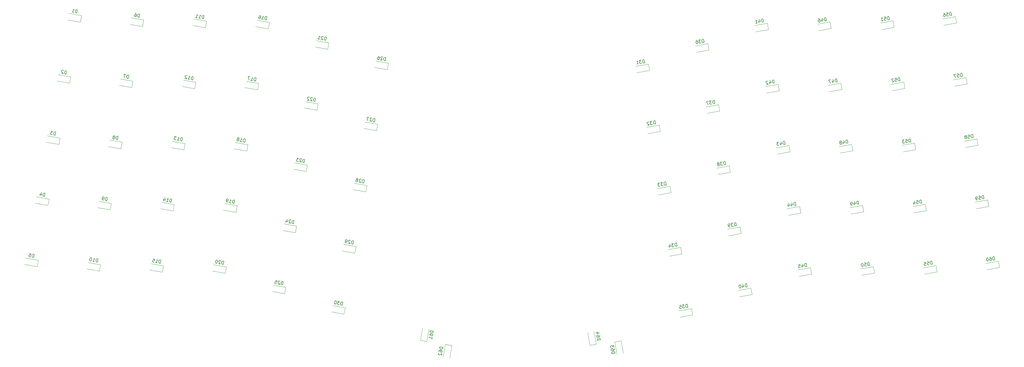
<source format=gbr>
G04 #@! TF.GenerationSoftware,KiCad,Pcbnew,(2017-07-28 revision 75cda5021)-master*
G04 #@! TF.CreationDate,2017-07-30T20:24:49-04:00*
G04 #@! TF.ProjectId,keyboard,6B6579626F6172642E6B696361645F70,rev?*
G04 #@! TF.SameCoordinates,Original*
G04 #@! TF.FileFunction,Legend,Bot*
G04 #@! TF.FilePolarity,Positive*
%FSLAX46Y46*%
G04 Gerber Fmt 4.6, Leading zero omitted, Abs format (unit mm)*
G04 Created by KiCad (PCBNEW (2017-07-28 revision 75cda5021)-master) date Sun Jul 30 20:24:49 2017*
%MOMM*%
%LPD*%
G01*
G04 APERTURE LIST*
%ADD10C,0.120000*%
%ADD11C,0.150000*%
G04 APERTURE END LIST*
D10*
X44237518Y-36284106D02*
X43890221Y-38253721D01*
X43890221Y-38253721D02*
X40049471Y-37576493D01*
X44237518Y-36284106D02*
X40396767Y-35606878D01*
X40929520Y-55044694D02*
X37088769Y-54367466D01*
X40582223Y-57014309D02*
X36741473Y-56337081D01*
X40929520Y-55044694D02*
X40582223Y-57014309D01*
X37621522Y-73805282D02*
X37274225Y-75774897D01*
X37274225Y-75774897D02*
X33433475Y-75097669D01*
X37621522Y-73805282D02*
X33780771Y-73128054D01*
X34313524Y-92565870D02*
X30472773Y-91888642D01*
X33966227Y-94535485D02*
X30125477Y-93858257D01*
X34313524Y-92565870D02*
X33966227Y-94535485D01*
X31005526Y-111326458D02*
X30658229Y-113296073D01*
X30658229Y-113296073D02*
X26817479Y-112618845D01*
X31005526Y-111326458D02*
X27164775Y-110649230D01*
X63345402Y-37622488D02*
X59504651Y-36945260D01*
X62998105Y-39592103D02*
X59157355Y-38914875D01*
X63345402Y-37622488D02*
X62998105Y-39592103D01*
X60037404Y-56383076D02*
X59690107Y-58352691D01*
X59690107Y-58352691D02*
X55849357Y-57675463D01*
X60037404Y-56383076D02*
X56196653Y-55705848D01*
X56729406Y-75143664D02*
X52888655Y-74466436D01*
X56382109Y-77113279D02*
X52541359Y-76436051D01*
X56729406Y-75143664D02*
X56382109Y-77113279D01*
X53421408Y-93904252D02*
X53074111Y-95873867D01*
X53074111Y-95873867D02*
X49233361Y-95196639D01*
X53421408Y-93904252D02*
X49580657Y-93227024D01*
X50113410Y-112664840D02*
X46272659Y-111987612D01*
X49766113Y-114634455D02*
X45925363Y-113957227D01*
X50113410Y-112664840D02*
X49766113Y-114634455D01*
X82626934Y-37976062D02*
X82279637Y-39945677D01*
X82279637Y-39945677D02*
X78438887Y-39268449D01*
X82626934Y-37976062D02*
X78786183Y-37298834D01*
X79318936Y-56736650D02*
X75478185Y-56059422D01*
X78971639Y-58706265D02*
X75130889Y-58029037D01*
X79318936Y-56736650D02*
X78971639Y-58706265D01*
X76010938Y-75497238D02*
X75663641Y-77466853D01*
X75663641Y-77466853D02*
X71822891Y-76789625D01*
X76010938Y-75497238D02*
X72170187Y-74820010D01*
X72702940Y-94257826D02*
X68862189Y-93580598D01*
X72355643Y-96227441D02*
X68514893Y-95550213D01*
X72702940Y-94257826D02*
X72355643Y-96227441D01*
X69394942Y-113018414D02*
X69047645Y-114988029D01*
X69047645Y-114988029D02*
X65206895Y-114310801D01*
X69394942Y-113018414D02*
X65554191Y-112341186D01*
X101908466Y-38329636D02*
X98067715Y-37652408D01*
X101561169Y-40299251D02*
X97720419Y-39622023D01*
X101908466Y-38329636D02*
X101561169Y-40299251D01*
X98600468Y-57090224D02*
X98253171Y-59059839D01*
X98253171Y-59059839D02*
X94412421Y-58382611D01*
X98600468Y-57090224D02*
X94759717Y-56412996D01*
X95292470Y-75850812D02*
X91451719Y-75173584D01*
X94945173Y-77820427D02*
X91104423Y-77143199D01*
X95292470Y-75850812D02*
X94945173Y-77820427D01*
X91984472Y-94611400D02*
X91637175Y-96581015D01*
X91637175Y-96581015D02*
X87796425Y-95903787D01*
X91984472Y-94611400D02*
X88143721Y-93934172D01*
X88676474Y-113371988D02*
X88329177Y-115341603D01*
X88329177Y-115341603D02*
X84488427Y-114664375D01*
X88676474Y-113371988D02*
X84835723Y-112694760D01*
X120148109Y-44592057D02*
X116307358Y-43914829D01*
X119800812Y-46561672D02*
X115960062Y-45884444D01*
X120148109Y-44592057D02*
X119800812Y-46561672D01*
X116840111Y-63352645D02*
X112999360Y-62675417D01*
X116492814Y-65322260D02*
X112652064Y-64645032D01*
X116840111Y-63352645D02*
X116492814Y-65322260D01*
X113532113Y-82113233D02*
X113184816Y-84082848D01*
X113184816Y-84082848D02*
X109344066Y-83405620D01*
X113532113Y-82113233D02*
X109691362Y-81436005D01*
X110224115Y-100873821D02*
X106383364Y-100196593D01*
X109876818Y-102843436D02*
X106036068Y-102166208D01*
X110224115Y-100873821D02*
X109876818Y-102843436D01*
X106916117Y-119634409D02*
X106568820Y-121604024D01*
X106568820Y-121604024D02*
X102728070Y-120926796D01*
X106916117Y-119634409D02*
X103075366Y-118957181D01*
X138387752Y-50854478D02*
X134547001Y-50177250D01*
X138040455Y-52824093D02*
X134199705Y-52146865D01*
X138387752Y-50854478D02*
X138040455Y-52824093D01*
X135079754Y-69615066D02*
X134732457Y-71584681D01*
X134732457Y-71584681D02*
X130891707Y-70907453D01*
X135079754Y-69615066D02*
X131239003Y-68937838D01*
X131771756Y-88375654D02*
X127931005Y-87698426D01*
X131424459Y-90345269D02*
X127583709Y-89668041D01*
X131771756Y-88375654D02*
X131424459Y-90345269D01*
X128463758Y-107136242D02*
X124623007Y-106459014D01*
X128116461Y-109105857D02*
X124275711Y-108428629D01*
X128463758Y-107136242D02*
X128116461Y-109105857D01*
X125155760Y-125896830D02*
X124808463Y-127866445D01*
X124808463Y-127866445D02*
X120967713Y-127189217D01*
X125155760Y-125896830D02*
X121315009Y-125219602D01*
X218135029Y-51114951D02*
X218482326Y-53084566D01*
X218482326Y-53084566D02*
X214641575Y-53761794D01*
X218135029Y-51114951D02*
X214294279Y-51792179D01*
X221443027Y-69875539D02*
X217602277Y-70552767D01*
X221790324Y-71845154D02*
X217949573Y-72522382D01*
X221443027Y-69875539D02*
X221790324Y-71845154D01*
X224751025Y-88636127D02*
X225098322Y-90605742D01*
X225098322Y-90605742D02*
X221257571Y-91282970D01*
X224751025Y-88636127D02*
X220910275Y-89313355D01*
X228059023Y-107396715D02*
X224218273Y-108073943D01*
X228406320Y-109366330D02*
X224565569Y-110043558D01*
X228059023Y-107396715D02*
X228406320Y-109366330D01*
X231367021Y-126157303D02*
X231714318Y-128126918D01*
X231714318Y-128126918D02*
X227873567Y-128804146D01*
X231367021Y-126157303D02*
X227526271Y-126834531D01*
X236374673Y-44852530D02*
X232533923Y-45529758D01*
X236721970Y-46822145D02*
X232881219Y-47499373D01*
X236374673Y-44852530D02*
X236721970Y-46822145D01*
X239682671Y-63613118D02*
X240029968Y-65582733D01*
X240029968Y-65582733D02*
X236189217Y-66259961D01*
X239682671Y-63613118D02*
X235841921Y-64290346D01*
X242990669Y-82373706D02*
X239149919Y-83050934D01*
X243337966Y-84343321D02*
X239497215Y-85020549D01*
X242990669Y-82373706D02*
X243337966Y-84343321D01*
X246298667Y-101134294D02*
X242457917Y-101811522D01*
X246645964Y-103103909D02*
X242805213Y-103781137D01*
X246298667Y-101134294D02*
X246645964Y-103103909D01*
X249606665Y-119894882D02*
X249953962Y-121864497D01*
X249953962Y-121864497D02*
X246113211Y-122541725D01*
X249606665Y-119894882D02*
X245765915Y-120572110D01*
X254614317Y-38590109D02*
X254961614Y-40559724D01*
X254961614Y-40559724D02*
X251120863Y-41236952D01*
X254614317Y-38590109D02*
X250773567Y-39267337D01*
X257922315Y-57350697D02*
X254081565Y-58027925D01*
X258269612Y-59320312D02*
X254428861Y-59997540D01*
X257922315Y-57350697D02*
X258269612Y-59320312D01*
X261230313Y-76111285D02*
X257389563Y-76788513D01*
X261577610Y-78080900D02*
X257736859Y-78758128D01*
X261230313Y-76111285D02*
X261577610Y-78080900D01*
X264538311Y-94871873D02*
X260697561Y-95549101D01*
X264885608Y-96841488D02*
X261044857Y-97518716D01*
X264538311Y-94871873D02*
X264885608Y-96841488D01*
X267846309Y-113632461D02*
X264005559Y-114309689D01*
X268193606Y-115602076D02*
X264352855Y-116279304D01*
X267846309Y-113632461D02*
X268193606Y-115602076D01*
X273895850Y-38236535D02*
X270055100Y-38913763D01*
X274243147Y-40206150D02*
X270402396Y-40883378D01*
X273895850Y-38236535D02*
X274243147Y-40206150D01*
X277203848Y-56997123D02*
X273363098Y-57674351D01*
X277551145Y-58966738D02*
X273710394Y-59643966D01*
X277203848Y-56997123D02*
X277551145Y-58966738D01*
X280511846Y-75757711D02*
X280859143Y-77727326D01*
X280859143Y-77727326D02*
X277018392Y-78404554D01*
X280511846Y-75757711D02*
X276671096Y-76434939D01*
X283819844Y-94518299D02*
X284167141Y-96487914D01*
X284167141Y-96487914D02*
X280326390Y-97165142D01*
X283819844Y-94518299D02*
X279979094Y-95195527D01*
X287127842Y-113278887D02*
X283287092Y-113956115D01*
X287475139Y-115248502D02*
X283634388Y-115925730D01*
X287127842Y-113278887D02*
X287475139Y-115248502D01*
X293177383Y-37882961D02*
X293524680Y-39852576D01*
X293524680Y-39852576D02*
X289683929Y-40529804D01*
X293177383Y-37882961D02*
X289336633Y-38560189D01*
X296485381Y-56643549D02*
X296832678Y-58613164D01*
X296832678Y-58613164D02*
X292991927Y-59290392D01*
X296485381Y-56643549D02*
X292644631Y-57320777D01*
X299793379Y-75404137D02*
X295952629Y-76081365D01*
X300140676Y-77373752D02*
X296299925Y-78050980D01*
X299793379Y-75404137D02*
X300140676Y-77373752D01*
X303101377Y-94164725D02*
X303448674Y-96134340D01*
X303448674Y-96134340D02*
X299607923Y-96811568D01*
X303101377Y-94164725D02*
X299260627Y-94841953D01*
X306409375Y-112925313D02*
X306756672Y-114894928D01*
X306756672Y-114894928D02*
X302915921Y-115572156D01*
X306409375Y-112925313D02*
X302568625Y-113602541D01*
X312285268Y-36544579D02*
X308444518Y-37221807D01*
X312632565Y-38514194D02*
X308791814Y-39191422D01*
X312285268Y-36544579D02*
X312632565Y-38514194D01*
X315593266Y-55305167D02*
X315940563Y-57274782D01*
X315940563Y-57274782D02*
X312099812Y-57952010D01*
X315593266Y-55305167D02*
X311752516Y-55982395D01*
X318901264Y-74065755D02*
X319248561Y-76035370D01*
X319248561Y-76035370D02*
X315407810Y-76712598D01*
X318901264Y-74065755D02*
X315060514Y-74742983D01*
X322209262Y-92826343D02*
X318368512Y-93503571D01*
X322556559Y-94795958D02*
X318715808Y-95473186D01*
X322209262Y-92826343D02*
X322556559Y-94795958D01*
X325517260Y-111586931D02*
X325864557Y-113556546D01*
X325864557Y-113556546D02*
X322023806Y-114233774D01*
X325517260Y-111586931D02*
X321676510Y-112264159D01*
X150193627Y-136247466D02*
X148224012Y-135900169D01*
X148224012Y-135900169D02*
X148901240Y-132059419D01*
X150193627Y-136247466D02*
X150870855Y-132406715D01*
X155869901Y-137183534D02*
X155192673Y-141024285D01*
X157839516Y-137530831D02*
X157162288Y-141371581D01*
X155869901Y-137183534D02*
X157839516Y-137530831D01*
X207793484Y-136387831D02*
X208470712Y-140228581D01*
X209763099Y-136040534D02*
X210440327Y-139881285D01*
X207793484Y-136387831D02*
X209763099Y-136040534D01*
X202162516Y-137043169D02*
X200192901Y-137390466D01*
X200192901Y-137390466D02*
X199515673Y-133549715D01*
X202162516Y-137043169D02*
X201485288Y-133202419D01*
D11*
X42843674Y-35482266D02*
X43017322Y-34497458D01*
X42782844Y-34456113D01*
X42633889Y-34478202D01*
X42523560Y-34555455D01*
X42460126Y-34640977D01*
X42380155Y-34820291D01*
X42355348Y-34960978D01*
X42369167Y-35156829D01*
X42399525Y-35258889D01*
X42476778Y-35369218D01*
X42609196Y-35440921D01*
X42843674Y-35482266D01*
X41343015Y-35217659D02*
X41905762Y-35316886D01*
X41624388Y-35267273D02*
X41798037Y-34282465D01*
X41867021Y-34439690D01*
X41944274Y-34550019D01*
X42029797Y-34613452D01*
X39535676Y-54242854D02*
X39709324Y-53258046D01*
X39474846Y-53216701D01*
X39325891Y-53238790D01*
X39215562Y-53316043D01*
X39152128Y-53401565D01*
X39072157Y-53580879D01*
X39047350Y-53721566D01*
X39061169Y-53917417D01*
X39091527Y-54019477D01*
X39168780Y-54129806D01*
X39301198Y-54201509D01*
X39535676Y-54242854D01*
X38754874Y-53186458D02*
X38716248Y-53131293D01*
X38630725Y-53067860D01*
X38396247Y-53026515D01*
X38294187Y-53056873D01*
X38239023Y-53095499D01*
X38175589Y-53181022D01*
X38159051Y-53274813D01*
X38181140Y-53423769D01*
X38644660Y-54085743D01*
X38035017Y-53978247D01*
X36227678Y-73003442D02*
X36401326Y-72018634D01*
X36166848Y-71977289D01*
X36017893Y-71999378D01*
X35907564Y-72076631D01*
X35844130Y-72162153D01*
X35764159Y-72341467D01*
X35739352Y-72482154D01*
X35753171Y-72678005D01*
X35783529Y-72780065D01*
X35860782Y-72890394D01*
X35993200Y-72962097D01*
X36227678Y-73003442D01*
X35510310Y-71861524D02*
X34900667Y-71754027D01*
X35162785Y-72187075D01*
X35022098Y-72162268D01*
X34920038Y-72192626D01*
X34864873Y-72231252D01*
X34801439Y-72316774D01*
X34760095Y-72551252D01*
X34790452Y-72653313D01*
X34829079Y-72708477D01*
X34914601Y-72771911D01*
X35195975Y-72821525D01*
X35298035Y-72791167D01*
X35353200Y-72752540D01*
X32919680Y-91764030D02*
X33093328Y-90779222D01*
X32858850Y-90737877D01*
X32709895Y-90759966D01*
X32599566Y-90837219D01*
X32536132Y-90922741D01*
X32456161Y-91102055D01*
X32431354Y-91242742D01*
X32445173Y-91438593D01*
X32475531Y-91540653D01*
X32552784Y-91650982D01*
X32685202Y-91722685D01*
X32919680Y-91764030D01*
X31628578Y-90859422D02*
X31512812Y-91515961D01*
X31929207Y-90525602D02*
X32039651Y-91270381D01*
X31430008Y-91162885D01*
X29611682Y-110524618D02*
X29785330Y-109539810D01*
X29550852Y-109498465D01*
X29401897Y-109520554D01*
X29291568Y-109597807D01*
X29228134Y-109683329D01*
X29148163Y-109862643D01*
X29123356Y-110003330D01*
X29137175Y-110199181D01*
X29167533Y-110301241D01*
X29244786Y-110411570D01*
X29377204Y-110483273D01*
X29611682Y-110524618D01*
X28331567Y-109283472D02*
X28800523Y-109366162D01*
X28764729Y-109843387D01*
X28726102Y-109788222D01*
X28640580Y-109724789D01*
X28406102Y-109683444D01*
X28304042Y-109713802D01*
X28248877Y-109752428D01*
X28185443Y-109837950D01*
X28144099Y-110072428D01*
X28174456Y-110174489D01*
X28213083Y-110229653D01*
X28298605Y-110293087D01*
X28533083Y-110334432D01*
X28635143Y-110304074D01*
X28690308Y-110265447D01*
X61951558Y-36820648D02*
X62125206Y-35835840D01*
X61890728Y-35794495D01*
X61741773Y-35816584D01*
X61631444Y-35893837D01*
X61568010Y-35979359D01*
X61488039Y-36158673D01*
X61463232Y-36299360D01*
X61477051Y-36495211D01*
X61507409Y-36597271D01*
X61584662Y-36707600D01*
X61717080Y-36779303D01*
X61951558Y-36820648D01*
X60718338Y-35587771D02*
X60905921Y-35620847D01*
X60991443Y-35684280D01*
X61030070Y-35739445D01*
X61099054Y-35896670D01*
X61112874Y-36092521D01*
X61046722Y-36467686D01*
X60983288Y-36553208D01*
X60928124Y-36591835D01*
X60826064Y-36622193D01*
X60638481Y-36589117D01*
X60552959Y-36525683D01*
X60514332Y-36470519D01*
X60483975Y-36368458D01*
X60525319Y-36133980D01*
X60588753Y-36048458D01*
X60643918Y-36009832D01*
X60745978Y-35979474D01*
X60933560Y-36012550D01*
X61019082Y-36075983D01*
X61057709Y-36131148D01*
X61088067Y-36233208D01*
X58643560Y-55581236D02*
X58817208Y-54596428D01*
X58582730Y-54555083D01*
X58433775Y-54577172D01*
X58323446Y-54654425D01*
X58260012Y-54739947D01*
X58180041Y-54919261D01*
X58155234Y-55059948D01*
X58169053Y-55255799D01*
X58199411Y-55357859D01*
X58276664Y-55468188D01*
X58409082Y-55539891D01*
X58643560Y-55581236D01*
X57926192Y-54439318D02*
X57269653Y-54323552D01*
X57518066Y-55382781D01*
X55335562Y-74341824D02*
X55509210Y-73357016D01*
X55274732Y-73315671D01*
X55125777Y-73337760D01*
X55015448Y-73415013D01*
X54952014Y-73500535D01*
X54872043Y-73679849D01*
X54847236Y-73820536D01*
X54861055Y-74016387D01*
X54891413Y-74118447D01*
X54968666Y-74228776D01*
X55101084Y-74300479D01*
X55335562Y-74341824D01*
X54309295Y-73580621D02*
X54411355Y-73550264D01*
X54466520Y-73511637D01*
X54529954Y-73426115D01*
X54538222Y-73379219D01*
X54507865Y-73277159D01*
X54469238Y-73221994D01*
X54383716Y-73158561D01*
X54196133Y-73125485D01*
X54094073Y-73155843D01*
X54038909Y-73194469D01*
X53975475Y-73279992D01*
X53967206Y-73326887D01*
X53997564Y-73428947D01*
X54036191Y-73484112D01*
X54121713Y-73547545D01*
X54309295Y-73580621D01*
X54394817Y-73644055D01*
X54433444Y-73699219D01*
X54463802Y-73801280D01*
X54430726Y-73988862D01*
X54367292Y-74074384D01*
X54312128Y-74113011D01*
X54210068Y-74143369D01*
X54022485Y-74110293D01*
X53936963Y-74046859D01*
X53898336Y-73991695D01*
X53867979Y-73889634D01*
X53901055Y-73702052D01*
X53964488Y-73616530D01*
X54019653Y-73577903D01*
X54121713Y-73547545D01*
X52027564Y-93102412D02*
X52201212Y-92117604D01*
X51966734Y-92076259D01*
X51817779Y-92098348D01*
X51707450Y-92175601D01*
X51644016Y-92261123D01*
X51564045Y-92440437D01*
X51539238Y-92581124D01*
X51553057Y-92776975D01*
X51583415Y-92879035D01*
X51660668Y-92989364D01*
X51793086Y-93061067D01*
X52027564Y-93102412D01*
X50995861Y-92920495D02*
X50808278Y-92887419D01*
X50722756Y-92823985D01*
X50684130Y-92768821D01*
X50615145Y-92611596D01*
X50601325Y-92415744D01*
X50667477Y-92040580D01*
X50730911Y-91955057D01*
X50786075Y-91916431D01*
X50888135Y-91886073D01*
X51075718Y-91919149D01*
X51161240Y-91982582D01*
X51199867Y-92037747D01*
X51230224Y-92139807D01*
X51188880Y-92374285D01*
X51125446Y-92459807D01*
X51070282Y-92498434D01*
X50968221Y-92528792D01*
X50780639Y-92495716D01*
X50695117Y-92432282D01*
X50656490Y-92377118D01*
X50626132Y-92275058D01*
X49188522Y-111945689D02*
X49362171Y-110960882D01*
X49127692Y-110919537D01*
X48978737Y-110941625D01*
X48868408Y-111018879D01*
X48804974Y-111104401D01*
X48725003Y-111283714D01*
X48700196Y-111424401D01*
X48714015Y-111620253D01*
X48744373Y-111722313D01*
X48821626Y-111832642D01*
X48954044Y-111904344D01*
X49188522Y-111945689D01*
X47687863Y-111681083D02*
X48250610Y-111780310D01*
X47969237Y-111730696D02*
X48142885Y-110745889D01*
X48211869Y-110903113D01*
X48289122Y-111013442D01*
X48374645Y-111076876D01*
X47251868Y-110588778D02*
X47158077Y-110572240D01*
X47056017Y-110602598D01*
X47000852Y-110641225D01*
X46937419Y-110726747D01*
X46857447Y-110906060D01*
X46816102Y-111140538D01*
X46829922Y-111336390D01*
X46860280Y-111438450D01*
X46898907Y-111493615D01*
X46984429Y-111557048D01*
X47078220Y-111573586D01*
X47180280Y-111543228D01*
X47235445Y-111504602D01*
X47298878Y-111419079D01*
X47378850Y-111239766D01*
X47420195Y-111005288D01*
X47406375Y-110809437D01*
X47376017Y-110707376D01*
X47337390Y-110652212D01*
X47251868Y-110588778D01*
X81702046Y-37256911D02*
X81875695Y-36272104D01*
X81641216Y-36230759D01*
X81492261Y-36252847D01*
X81381932Y-36330101D01*
X81318498Y-36415623D01*
X81238527Y-36594936D01*
X81213720Y-36735623D01*
X81227539Y-36931475D01*
X81257897Y-37033535D01*
X81335150Y-37143864D01*
X81467568Y-37215566D01*
X81702046Y-37256911D01*
X80201387Y-36992305D02*
X80764134Y-37091532D01*
X80482761Y-37041918D02*
X80656409Y-36057111D01*
X80725393Y-36214335D01*
X80802646Y-36324664D01*
X80888169Y-36388098D01*
X79263475Y-36826925D02*
X79826222Y-36926153D01*
X79544848Y-36876539D02*
X79718497Y-35891731D01*
X79787481Y-36048956D01*
X79864734Y-36159285D01*
X79950256Y-36222719D01*
X78394048Y-56017499D02*
X78567697Y-55032692D01*
X78333218Y-54991347D01*
X78184263Y-55013435D01*
X78073934Y-55090689D01*
X78010500Y-55176211D01*
X77930529Y-55355524D01*
X77905722Y-55496211D01*
X77919541Y-55692063D01*
X77949899Y-55794123D01*
X78027152Y-55904452D01*
X78159570Y-55976154D01*
X78394048Y-56017499D01*
X76893389Y-55752893D02*
X77456136Y-55852120D01*
X77174763Y-55802506D02*
X77348411Y-54817699D01*
X77417395Y-54974923D01*
X77494648Y-55085252D01*
X77580171Y-55148686D01*
X76675334Y-54795724D02*
X76636708Y-54740560D01*
X76551185Y-54677126D01*
X76316707Y-54635781D01*
X76214647Y-54666139D01*
X76159483Y-54704766D01*
X76096049Y-54790288D01*
X76079511Y-54884079D01*
X76101600Y-55033035D01*
X76565120Y-55695010D01*
X75955477Y-55587513D01*
X75086050Y-74778087D02*
X75259699Y-73793280D01*
X75025220Y-73751935D01*
X74876265Y-73774023D01*
X74765936Y-73851277D01*
X74702502Y-73936799D01*
X74622531Y-74116112D01*
X74597724Y-74256799D01*
X74611543Y-74452651D01*
X74641901Y-74554711D01*
X74719154Y-74665040D01*
X74851572Y-74736742D01*
X75086050Y-74778087D01*
X73585391Y-74513481D02*
X74148138Y-74612708D01*
X73866765Y-74563094D02*
X74040413Y-73578287D01*
X74109397Y-73735511D01*
X74186650Y-73845840D01*
X74272173Y-73909274D01*
X73430770Y-73470790D02*
X72821127Y-73363294D01*
X73083245Y-73796341D01*
X72942558Y-73771534D01*
X72840498Y-73801892D01*
X72785333Y-73840519D01*
X72721899Y-73926041D01*
X72680555Y-74160519D01*
X72710912Y-74262579D01*
X72749539Y-74317744D01*
X72835061Y-74381177D01*
X73116435Y-74430791D01*
X73218495Y-74400433D01*
X73273660Y-74361807D01*
X71778052Y-93538675D02*
X71951701Y-92553868D01*
X71717222Y-92512523D01*
X71568267Y-92534611D01*
X71457938Y-92611865D01*
X71394504Y-92697387D01*
X71314533Y-92876700D01*
X71289726Y-93017387D01*
X71303545Y-93213239D01*
X71333903Y-93315299D01*
X71411156Y-93425628D01*
X71543574Y-93497330D01*
X71778052Y-93538675D01*
X70277393Y-93274069D02*
X70840140Y-93373296D01*
X70558767Y-93323682D02*
X70732415Y-92338875D01*
X70801399Y-92496099D01*
X70878652Y-92606428D01*
X70964175Y-92669862D01*
X69549037Y-92468689D02*
X69433272Y-93125227D01*
X69849667Y-92134869D02*
X69960111Y-92879648D01*
X69350468Y-92772151D01*
X68470054Y-112299263D02*
X68643703Y-111314456D01*
X68409224Y-111273111D01*
X68260269Y-111295199D01*
X68149940Y-111372453D01*
X68086506Y-111457975D01*
X68006535Y-111637288D01*
X67981728Y-111777975D01*
X67995547Y-111973827D01*
X68025905Y-112075887D01*
X68103158Y-112186216D01*
X68235576Y-112257918D01*
X68470054Y-112299263D01*
X66969395Y-112034657D02*
X67532142Y-112133884D01*
X67250769Y-112084270D02*
X67424417Y-111099463D01*
X67493401Y-111256687D01*
X67570654Y-111367016D01*
X67656177Y-111430450D01*
X66252027Y-110892739D02*
X66720983Y-110975428D01*
X66685189Y-111452653D01*
X66646562Y-111397489D01*
X66561040Y-111334055D01*
X66326562Y-111292710D01*
X66224502Y-111323068D01*
X66169337Y-111361695D01*
X66105903Y-111447217D01*
X66064559Y-111681695D01*
X66094916Y-111783755D01*
X66133543Y-111838920D01*
X66219065Y-111902353D01*
X66453543Y-111943698D01*
X66555603Y-111913340D01*
X66610768Y-111874714D01*
X100983578Y-37610485D02*
X101157227Y-36625678D01*
X100922748Y-36584333D01*
X100773793Y-36606421D01*
X100663464Y-36683675D01*
X100600030Y-36769197D01*
X100520059Y-36948510D01*
X100495252Y-37089197D01*
X100509071Y-37285049D01*
X100539429Y-37387109D01*
X100616682Y-37497438D01*
X100749100Y-37569140D01*
X100983578Y-37610485D01*
X99482919Y-37345879D02*
X100045666Y-37445106D01*
X99764293Y-37395492D02*
X99937941Y-36410685D01*
X100006925Y-36567909D01*
X100084178Y-36678238D01*
X100169701Y-36741672D01*
X98812446Y-36212229D02*
X99000029Y-36245305D01*
X99085551Y-36308739D01*
X99124178Y-36363903D01*
X99193162Y-36521128D01*
X99206982Y-36716980D01*
X99140830Y-37092144D01*
X99077396Y-37177667D01*
X99022232Y-37216293D01*
X98920172Y-37246651D01*
X98732589Y-37213575D01*
X98647067Y-37150142D01*
X98608440Y-37094977D01*
X98578083Y-36992917D01*
X98619427Y-36758439D01*
X98682861Y-36672917D01*
X98738026Y-36634290D01*
X98840086Y-36603932D01*
X99027668Y-36637008D01*
X99113190Y-36700442D01*
X99151817Y-36755606D01*
X99182175Y-36857666D01*
X97675580Y-56371073D02*
X97849229Y-55386266D01*
X97614750Y-55344921D01*
X97465795Y-55367009D01*
X97355466Y-55444263D01*
X97292032Y-55529785D01*
X97212061Y-55709098D01*
X97187254Y-55849785D01*
X97201073Y-56045637D01*
X97231431Y-56147697D01*
X97308684Y-56258026D01*
X97441102Y-56329728D01*
X97675580Y-56371073D01*
X96174921Y-56106467D02*
X96737668Y-56205694D01*
X96456295Y-56156080D02*
X96629943Y-55171273D01*
X96698927Y-55328497D01*
X96776180Y-55438826D01*
X96861703Y-55502260D01*
X96020300Y-55063776D02*
X95363761Y-54948011D01*
X95612174Y-56007239D01*
X94367582Y-75131661D02*
X94541231Y-74146854D01*
X94306752Y-74105509D01*
X94157797Y-74127597D01*
X94047468Y-74204851D01*
X93984034Y-74290373D01*
X93904063Y-74469686D01*
X93879256Y-74610373D01*
X93893075Y-74806225D01*
X93923433Y-74908285D01*
X94000686Y-75018614D01*
X94133104Y-75090316D01*
X94367582Y-75131661D01*
X92866923Y-74867055D02*
X93429670Y-74966282D01*
X93148297Y-74916668D02*
X93321945Y-73931861D01*
X93390929Y-74089085D01*
X93468182Y-74199414D01*
X93553705Y-74262848D01*
X92403403Y-74205080D02*
X92505463Y-74174722D01*
X92560628Y-74136095D01*
X92624061Y-74050573D01*
X92632330Y-74003678D01*
X92601973Y-73901617D01*
X92563346Y-73846453D01*
X92477824Y-73783019D01*
X92290241Y-73749943D01*
X92188181Y-73780301D01*
X92133017Y-73818928D01*
X92069583Y-73904450D01*
X92061314Y-73951346D01*
X92091672Y-74053406D01*
X92130298Y-74108570D01*
X92215821Y-74172004D01*
X92403403Y-74205080D01*
X92488925Y-74268513D01*
X92527552Y-74323678D01*
X92557910Y-74425738D01*
X92524834Y-74613320D01*
X92461400Y-74698843D01*
X92406236Y-74737469D01*
X92304176Y-74767827D01*
X92116593Y-74734751D01*
X92031071Y-74671318D01*
X91992444Y-74616153D01*
X91962087Y-74514093D01*
X91995162Y-74326510D01*
X92058596Y-74240988D01*
X92113761Y-74202362D01*
X92215821Y-74172004D01*
X91059584Y-93892249D02*
X91233233Y-92907442D01*
X90998754Y-92866097D01*
X90849799Y-92888185D01*
X90739470Y-92965439D01*
X90676036Y-93050961D01*
X90596065Y-93230274D01*
X90571258Y-93370961D01*
X90585077Y-93566813D01*
X90615435Y-93668873D01*
X90692688Y-93779202D01*
X90825106Y-93850904D01*
X91059584Y-93892249D01*
X89558925Y-93627643D02*
X90121672Y-93726870D01*
X89840299Y-93677256D02*
X90013947Y-92692449D01*
X90082931Y-92849673D01*
X90160184Y-92960002D01*
X90245707Y-93023436D01*
X89089969Y-93544953D02*
X88902386Y-93511877D01*
X88816864Y-93448444D01*
X88778238Y-93393279D01*
X88709253Y-93236054D01*
X88695433Y-93040203D01*
X88761585Y-92665038D01*
X88825019Y-92579516D01*
X88880183Y-92540889D01*
X88982243Y-92510531D01*
X89169826Y-92543607D01*
X89255348Y-92607041D01*
X89293975Y-92662205D01*
X89324332Y-92764266D01*
X89282988Y-92998744D01*
X89219554Y-93084266D01*
X89164389Y-93122892D01*
X89062329Y-93153250D01*
X88874747Y-93120174D01*
X88789225Y-93056741D01*
X88750598Y-93001576D01*
X88720240Y-92899516D01*
X87751586Y-112652837D02*
X87925235Y-111668030D01*
X87690756Y-111626685D01*
X87541801Y-111648773D01*
X87431472Y-111726027D01*
X87368038Y-111811549D01*
X87288067Y-111990862D01*
X87263260Y-112131549D01*
X87277079Y-112327401D01*
X87307437Y-112429461D01*
X87384690Y-112539790D01*
X87517108Y-112611492D01*
X87751586Y-112652837D01*
X86970784Y-111596442D02*
X86932158Y-111541277D01*
X86846636Y-111477843D01*
X86612158Y-111436499D01*
X86510097Y-111466856D01*
X86454933Y-111505483D01*
X86391499Y-111591005D01*
X86374961Y-111684796D01*
X86397050Y-111833752D01*
X86860570Y-112495727D01*
X86250927Y-112388231D01*
X85814932Y-111295926D02*
X85721141Y-111279388D01*
X85619081Y-111309746D01*
X85563916Y-111348373D01*
X85500483Y-111433895D01*
X85420511Y-111613208D01*
X85379166Y-111847686D01*
X85392986Y-112043538D01*
X85423344Y-112145598D01*
X85461971Y-112200763D01*
X85547493Y-112264196D01*
X85641284Y-112280734D01*
X85743344Y-112250376D01*
X85798509Y-112211750D01*
X85861942Y-112126227D01*
X85941914Y-111946914D01*
X85983259Y-111712436D01*
X85969439Y-111516585D01*
X85939081Y-111414524D01*
X85900454Y-111359360D01*
X85814932Y-111295926D01*
X119223221Y-43872906D02*
X119396870Y-42888099D01*
X119162391Y-42846754D01*
X119013436Y-42868842D01*
X118903107Y-42946096D01*
X118839673Y-43031618D01*
X118759702Y-43210931D01*
X118734895Y-43351618D01*
X118748714Y-43547470D01*
X118779072Y-43649530D01*
X118856325Y-43759859D01*
X118988743Y-43831561D01*
X119223221Y-43872906D01*
X118442419Y-42816511D02*
X118403793Y-42761346D01*
X118318271Y-42697912D01*
X118083793Y-42656568D01*
X117981732Y-42686925D01*
X117926568Y-42725552D01*
X117863134Y-42811074D01*
X117846596Y-42904865D01*
X117868685Y-43053821D01*
X118332205Y-43715796D01*
X117722562Y-43608300D01*
X116784650Y-43442920D02*
X117347397Y-43542148D01*
X117066023Y-43492534D02*
X117239672Y-42507726D01*
X117308656Y-42664951D01*
X117385909Y-42775280D01*
X117471431Y-42838714D01*
X115915223Y-62633494D02*
X116088872Y-61648687D01*
X115854393Y-61607342D01*
X115705438Y-61629430D01*
X115595109Y-61706684D01*
X115531675Y-61792206D01*
X115451704Y-61971519D01*
X115426897Y-62112206D01*
X115440716Y-62308058D01*
X115471074Y-62410118D01*
X115548327Y-62520447D01*
X115680745Y-62592149D01*
X115915223Y-62633494D01*
X115134421Y-61577099D02*
X115095795Y-61521934D01*
X115010273Y-61458500D01*
X114775795Y-61417156D01*
X114673734Y-61447513D01*
X114618570Y-61486140D01*
X114555136Y-61571662D01*
X114538598Y-61665453D01*
X114560687Y-61814409D01*
X115024207Y-62476384D01*
X114414564Y-62368888D01*
X114196509Y-61411719D02*
X114157883Y-61356555D01*
X114072360Y-61293121D01*
X113837882Y-61251776D01*
X113735822Y-61282134D01*
X113680658Y-61320761D01*
X113617224Y-61406283D01*
X113600686Y-61500074D01*
X113622775Y-61649030D01*
X114086295Y-62311005D01*
X113476652Y-62203508D01*
X112607225Y-81394082D02*
X112780874Y-80409275D01*
X112546395Y-80367930D01*
X112397440Y-80390018D01*
X112287111Y-80467272D01*
X112223677Y-80552794D01*
X112143706Y-80732107D01*
X112118899Y-80872794D01*
X112132718Y-81068646D01*
X112163076Y-81170706D01*
X112240329Y-81281035D01*
X112372747Y-81352737D01*
X112607225Y-81394082D01*
X111826423Y-80337687D02*
X111787797Y-80282522D01*
X111702275Y-80219088D01*
X111467797Y-80177744D01*
X111365736Y-80208101D01*
X111310572Y-80246728D01*
X111247138Y-80332250D01*
X111230600Y-80426041D01*
X111252689Y-80574997D01*
X111716209Y-81236972D01*
X111106566Y-81129476D01*
X110951945Y-80086785D02*
X110342302Y-79979289D01*
X110604420Y-80412336D01*
X110463733Y-80387529D01*
X110361673Y-80417887D01*
X110306508Y-80456514D01*
X110243074Y-80542036D01*
X110201730Y-80776514D01*
X110232087Y-80878574D01*
X110270714Y-80933739D01*
X110356236Y-80997172D01*
X110637610Y-81046786D01*
X110739670Y-81016428D01*
X110794835Y-80977802D01*
X109299227Y-100154670D02*
X109472876Y-99169863D01*
X109238397Y-99128518D01*
X109089442Y-99150606D01*
X108979113Y-99227860D01*
X108915679Y-99313382D01*
X108835708Y-99492695D01*
X108810901Y-99633382D01*
X108824720Y-99829234D01*
X108855078Y-99931294D01*
X108932331Y-100041623D01*
X109064749Y-100113325D01*
X109299227Y-100154670D01*
X108518425Y-99098275D02*
X108479799Y-99043110D01*
X108394277Y-98979676D01*
X108159799Y-98938332D01*
X108057738Y-98968689D01*
X108002574Y-99007316D01*
X107939140Y-99092838D01*
X107922602Y-99186629D01*
X107944691Y-99335585D01*
X108408211Y-99997560D01*
X107798568Y-99890064D01*
X107070212Y-99084684D02*
X106954447Y-99741222D01*
X107370842Y-98750864D02*
X107481286Y-99495643D01*
X106871643Y-99388146D01*
X105991229Y-118915258D02*
X106164878Y-117930451D01*
X105930399Y-117889106D01*
X105781444Y-117911194D01*
X105671115Y-117988448D01*
X105607681Y-118073970D01*
X105527710Y-118253283D01*
X105502903Y-118393970D01*
X105516722Y-118589822D01*
X105547080Y-118691882D01*
X105624333Y-118802211D01*
X105756751Y-118873913D01*
X105991229Y-118915258D01*
X105210427Y-117858863D02*
X105171801Y-117803698D01*
X105086279Y-117740264D01*
X104851801Y-117698920D01*
X104749740Y-117729277D01*
X104694576Y-117767904D01*
X104631142Y-117853426D01*
X104614604Y-117947217D01*
X104636693Y-118096173D01*
X105100213Y-118758148D01*
X104490570Y-118650652D01*
X103773202Y-117508734D02*
X104242158Y-117591423D01*
X104206364Y-118068648D01*
X104167737Y-118013484D01*
X104082215Y-117950050D01*
X103847737Y-117908705D01*
X103745677Y-117939063D01*
X103690512Y-117977690D01*
X103627078Y-118063212D01*
X103585734Y-118297690D01*
X103616091Y-118399750D01*
X103654718Y-118454915D01*
X103740240Y-118518348D01*
X103974718Y-118559693D01*
X104076778Y-118529335D01*
X104131943Y-118490709D01*
X137462864Y-50135327D02*
X137636513Y-49150520D01*
X137402034Y-49109175D01*
X137253079Y-49131263D01*
X137142750Y-49208517D01*
X137079316Y-49294039D01*
X136999345Y-49473352D01*
X136974538Y-49614039D01*
X136988357Y-49809891D01*
X137018715Y-49911951D01*
X137095968Y-50022280D01*
X137228386Y-50093982D01*
X137462864Y-50135327D01*
X136682062Y-49078932D02*
X136643436Y-49023767D01*
X136557914Y-48960333D01*
X136323436Y-48918989D01*
X136221375Y-48949346D01*
X136166211Y-48987973D01*
X136102777Y-49073495D01*
X136086239Y-49167286D01*
X136108328Y-49316242D01*
X136571848Y-49978217D01*
X135962205Y-49870721D01*
X135291732Y-48737071D02*
X135479315Y-48770147D01*
X135564837Y-48833581D01*
X135603464Y-48888745D01*
X135672448Y-49045970D01*
X135686268Y-49241822D01*
X135620116Y-49616986D01*
X135556682Y-49702509D01*
X135501518Y-49741135D01*
X135399458Y-49771493D01*
X135211875Y-49738417D01*
X135126353Y-49674984D01*
X135087726Y-49619819D01*
X135057369Y-49517759D01*
X135098713Y-49283281D01*
X135162147Y-49197759D01*
X135217312Y-49159132D01*
X135319372Y-49128774D01*
X135506954Y-49161850D01*
X135592476Y-49225284D01*
X135631103Y-49280448D01*
X135661461Y-49382508D01*
X134154866Y-68895915D02*
X134328515Y-67911108D01*
X134094036Y-67869763D01*
X133945081Y-67891851D01*
X133834752Y-67969105D01*
X133771318Y-68054627D01*
X133691347Y-68233940D01*
X133666540Y-68374627D01*
X133680359Y-68570479D01*
X133710717Y-68672539D01*
X133787970Y-68782868D01*
X133920388Y-68854570D01*
X134154866Y-68895915D01*
X133374064Y-67839520D02*
X133335438Y-67784355D01*
X133249916Y-67720921D01*
X133015438Y-67679577D01*
X132913377Y-67709934D01*
X132858213Y-67748561D01*
X132794779Y-67834083D01*
X132778241Y-67927874D01*
X132800330Y-68076830D01*
X133263850Y-68738805D01*
X132654207Y-68631309D01*
X132499586Y-67588618D02*
X131843047Y-67472853D01*
X132091460Y-68532081D01*
X130846868Y-87656503D02*
X131020517Y-86671696D01*
X130786038Y-86630351D01*
X130637083Y-86652439D01*
X130526754Y-86729693D01*
X130463320Y-86815215D01*
X130383349Y-86994528D01*
X130358542Y-87135215D01*
X130372361Y-87331067D01*
X130402719Y-87433127D01*
X130479972Y-87543456D01*
X130612390Y-87615158D01*
X130846868Y-87656503D01*
X130066066Y-86600108D02*
X130027440Y-86544943D01*
X129941918Y-86481509D01*
X129707440Y-86440165D01*
X129605379Y-86470522D01*
X129550215Y-86509149D01*
X129486781Y-86594671D01*
X129470243Y-86688462D01*
X129492332Y-86837418D01*
X129955852Y-87499393D01*
X129346209Y-87391897D01*
X128882689Y-86729922D02*
X128984749Y-86699564D01*
X129039914Y-86660937D01*
X129103347Y-86575415D01*
X129111616Y-86528520D01*
X129081259Y-86426459D01*
X129042632Y-86371295D01*
X128957110Y-86307861D01*
X128769527Y-86274785D01*
X128667467Y-86305143D01*
X128612303Y-86343770D01*
X128548869Y-86429292D01*
X128540600Y-86476188D01*
X128570958Y-86578248D01*
X128609584Y-86633412D01*
X128695107Y-86696846D01*
X128882689Y-86729922D01*
X128968211Y-86793355D01*
X129006838Y-86848520D01*
X129037196Y-86950580D01*
X129004120Y-87138162D01*
X128940686Y-87223685D01*
X128885522Y-87262311D01*
X128783462Y-87292669D01*
X128595879Y-87259593D01*
X128510357Y-87196160D01*
X128471730Y-87140995D01*
X128441373Y-87038935D01*
X128474448Y-86851352D01*
X128537882Y-86765830D01*
X128593047Y-86727204D01*
X128695107Y-86696846D01*
X127538870Y-106417091D02*
X127712519Y-105432284D01*
X127478040Y-105390939D01*
X127329085Y-105413027D01*
X127218756Y-105490281D01*
X127155322Y-105575803D01*
X127075351Y-105755116D01*
X127050544Y-105895803D01*
X127064363Y-106091655D01*
X127094721Y-106193715D01*
X127171974Y-106304044D01*
X127304392Y-106375746D01*
X127538870Y-106417091D01*
X126758068Y-105360696D02*
X126719442Y-105305531D01*
X126633920Y-105242097D01*
X126399442Y-105200753D01*
X126297381Y-105231110D01*
X126242217Y-105269737D01*
X126178783Y-105355259D01*
X126162245Y-105449050D01*
X126184334Y-105598006D01*
X126647854Y-106259981D01*
X126038211Y-106152485D01*
X125569255Y-106069795D02*
X125381672Y-106036719D01*
X125296150Y-105973286D01*
X125257524Y-105918121D01*
X125188539Y-105760896D01*
X125174719Y-105565045D01*
X125240871Y-105189880D01*
X125304305Y-105104358D01*
X125359469Y-105065731D01*
X125461529Y-105035373D01*
X125649112Y-105068449D01*
X125734634Y-105131883D01*
X125773261Y-105187047D01*
X125803618Y-105289108D01*
X125762274Y-105523586D01*
X125698840Y-105609108D01*
X125643675Y-105647734D01*
X125541615Y-105678092D01*
X125354033Y-105645016D01*
X125268511Y-105581583D01*
X125229884Y-105526418D01*
X125199526Y-105424358D01*
X124230872Y-125177679D02*
X124404521Y-124192872D01*
X124170042Y-124151527D01*
X124021087Y-124173615D01*
X123910758Y-124250869D01*
X123847324Y-124336391D01*
X123767353Y-124515704D01*
X123742546Y-124656391D01*
X123756365Y-124852243D01*
X123786723Y-124954303D01*
X123863976Y-125064632D01*
X123996394Y-125136334D01*
X124230872Y-125177679D01*
X123513504Y-124035761D02*
X122903861Y-123928265D01*
X123165979Y-124361312D01*
X123025292Y-124336505D01*
X122923232Y-124366863D01*
X122868067Y-124405490D01*
X122804634Y-124491012D01*
X122763289Y-124725490D01*
X122793646Y-124827550D01*
X122832273Y-124882715D01*
X122917795Y-124946148D01*
X123199169Y-124995762D01*
X123301229Y-124965404D01*
X123356394Y-124926778D01*
X122294218Y-123820768D02*
X122200427Y-123804230D01*
X122098367Y-123834588D01*
X122043202Y-123873215D01*
X121979769Y-123958737D01*
X121899797Y-124138050D01*
X121858452Y-124372528D01*
X121872272Y-124568380D01*
X121902630Y-124670440D01*
X121941257Y-124725605D01*
X122026779Y-124789038D01*
X122120570Y-124805576D01*
X122222630Y-124775218D01*
X122277795Y-124736592D01*
X122341228Y-124651069D01*
X122421200Y-124471756D01*
X122462545Y-124237278D01*
X122448725Y-124041427D01*
X122418367Y-123939366D01*
X122379740Y-123884202D01*
X122294218Y-123820768D01*
X217019957Y-50755500D02*
X216846308Y-49770693D01*
X216611830Y-49812037D01*
X216479413Y-49883740D01*
X216402159Y-49994069D01*
X216371802Y-50096129D01*
X216357982Y-50291981D01*
X216382789Y-50432667D01*
X216462760Y-50611981D01*
X216526194Y-50697503D01*
X216636523Y-50774756D01*
X216785479Y-50796845D01*
X217019957Y-50755500D01*
X215955292Y-49927803D02*
X215345649Y-50035299D01*
X215740070Y-50352581D01*
X215599383Y-50377388D01*
X215513861Y-50440822D01*
X215475234Y-50495986D01*
X215444877Y-50598047D01*
X215486221Y-50832525D01*
X215549655Y-50918047D01*
X215604819Y-50956673D01*
X215706880Y-50987031D01*
X215988253Y-50937417D01*
X216073776Y-50873984D01*
X216112402Y-50818819D01*
X214581385Y-51185486D02*
X215144132Y-51086259D01*
X214862759Y-51135872D02*
X214689111Y-50151065D01*
X214807709Y-50275214D01*
X214918038Y-50352467D01*
X215020098Y-50382825D01*
X220327955Y-69516088D02*
X220154306Y-68531281D01*
X219919828Y-68572625D01*
X219787411Y-68644328D01*
X219710157Y-68754657D01*
X219679800Y-68856717D01*
X219665980Y-69052569D01*
X219690787Y-69193255D01*
X219770758Y-69372569D01*
X219834192Y-69458091D01*
X219944521Y-69535344D01*
X220093477Y-69557433D01*
X220327955Y-69516088D01*
X219263290Y-68688391D02*
X218653647Y-68795887D01*
X219048068Y-69113169D01*
X218907381Y-69137976D01*
X218821859Y-69201410D01*
X218783232Y-69256574D01*
X218752875Y-69358635D01*
X218794219Y-69593113D01*
X218857653Y-69678635D01*
X218912817Y-69717261D01*
X219014878Y-69747619D01*
X219296251Y-69698005D01*
X219381774Y-69634572D01*
X219420400Y-69579407D01*
X218295020Y-68955830D02*
X218239855Y-68917204D01*
X218137795Y-68886846D01*
X217903317Y-68928191D01*
X217817795Y-68991624D01*
X217779168Y-69046789D01*
X217748811Y-69148849D01*
X217765349Y-69242640D01*
X217837051Y-69375058D01*
X218499026Y-69838578D01*
X217889383Y-69946074D01*
X223635953Y-88276676D02*
X223462304Y-87291869D01*
X223227826Y-87333213D01*
X223095409Y-87404916D01*
X223018155Y-87515245D01*
X222987798Y-87617305D01*
X222973978Y-87813157D01*
X222998785Y-87953843D01*
X223078756Y-88133157D01*
X223142190Y-88218679D01*
X223252519Y-88295932D01*
X223401475Y-88318021D01*
X223635953Y-88276676D01*
X222571288Y-87448979D02*
X221961645Y-87556475D01*
X222356066Y-87873757D01*
X222215379Y-87898564D01*
X222129857Y-87961998D01*
X222091230Y-88017162D01*
X222060873Y-88119223D01*
X222102217Y-88353701D01*
X222165651Y-88439223D01*
X222220815Y-88477849D01*
X222322876Y-88508207D01*
X222604249Y-88458593D01*
X222689772Y-88395160D01*
X222728398Y-88339995D01*
X221633376Y-87614358D02*
X221023733Y-87721854D01*
X221418154Y-88039137D01*
X221277467Y-88063943D01*
X221191945Y-88127377D01*
X221153318Y-88182542D01*
X221122960Y-88284602D01*
X221164305Y-88519080D01*
X221227739Y-88604602D01*
X221282903Y-88643229D01*
X221384963Y-88673586D01*
X221666337Y-88623973D01*
X221751859Y-88560539D01*
X221790486Y-88505375D01*
X226943951Y-107037264D02*
X226770302Y-106052457D01*
X226535824Y-106093801D01*
X226403407Y-106165504D01*
X226326153Y-106275833D01*
X226295796Y-106377893D01*
X226281976Y-106573745D01*
X226306783Y-106714431D01*
X226386754Y-106893745D01*
X226450188Y-106979267D01*
X226560517Y-107056520D01*
X226709473Y-107078609D01*
X226943951Y-107037264D01*
X225879286Y-106209567D02*
X225269643Y-106317063D01*
X225664064Y-106634345D01*
X225523377Y-106659152D01*
X225437855Y-106722586D01*
X225399228Y-106777750D01*
X225368871Y-106879811D01*
X225410215Y-107114289D01*
X225473649Y-107199811D01*
X225528813Y-107238437D01*
X225630874Y-107268795D01*
X225912247Y-107219181D01*
X225997770Y-107155748D01*
X226036396Y-107100583D01*
X224483405Y-106794174D02*
X224599170Y-107450712D01*
X224651731Y-106377664D02*
X225010244Y-107039753D01*
X224400601Y-107147250D01*
X230251949Y-125797852D02*
X230078300Y-124813045D01*
X229843822Y-124854389D01*
X229711405Y-124926092D01*
X229634151Y-125036421D01*
X229603794Y-125138481D01*
X229589974Y-125334333D01*
X229614781Y-125475019D01*
X229694752Y-125654333D01*
X229758186Y-125739855D01*
X229868515Y-125817108D01*
X230017471Y-125839197D01*
X230251949Y-125797852D01*
X229187284Y-124970155D02*
X228577641Y-125077651D01*
X228972062Y-125394933D01*
X228831375Y-125419740D01*
X228745853Y-125483174D01*
X228707226Y-125538338D01*
X228676869Y-125640399D01*
X228718213Y-125874877D01*
X228781647Y-125960399D01*
X228836811Y-125999025D01*
X228938872Y-126029383D01*
X229220245Y-125979769D01*
X229305768Y-125916336D01*
X229344394Y-125861171D01*
X227686624Y-125234762D02*
X228155581Y-125152072D01*
X228285166Y-125612759D01*
X228230001Y-125574132D01*
X228127941Y-125543775D01*
X227893463Y-125585119D01*
X227807941Y-125648553D01*
X227769314Y-125703718D01*
X227738956Y-125805778D01*
X227780301Y-126040256D01*
X227843735Y-126125778D01*
X227898899Y-126164405D01*
X228000959Y-126194762D01*
X228235438Y-126153418D01*
X228320960Y-126089984D01*
X228359586Y-126034819D01*
X235259601Y-44493079D02*
X235085952Y-43508272D01*
X234851474Y-43549616D01*
X234719057Y-43621319D01*
X234641803Y-43731648D01*
X234611446Y-43833708D01*
X234597626Y-44029560D01*
X234622433Y-44170246D01*
X234702404Y-44349560D01*
X234765838Y-44435082D01*
X234876167Y-44512335D01*
X235025123Y-44534424D01*
X235259601Y-44493079D01*
X234194936Y-43665382D02*
X233585293Y-43772878D01*
X233979714Y-44090160D01*
X233839027Y-44114967D01*
X233753505Y-44178401D01*
X233714878Y-44233565D01*
X233684521Y-44335626D01*
X233725865Y-44570104D01*
X233789299Y-44655626D01*
X233844463Y-44694252D01*
X233946524Y-44724610D01*
X234227897Y-44674996D01*
X234313420Y-44611563D01*
X234352046Y-44556398D01*
X232741172Y-43921720D02*
X232928755Y-43888644D01*
X233030815Y-43919001D01*
X233085979Y-43957628D01*
X233204577Y-44081777D01*
X233284549Y-44261090D01*
X233350700Y-44636255D01*
X233320343Y-44738315D01*
X233281716Y-44793480D01*
X233196194Y-44856914D01*
X233008611Y-44889989D01*
X232906551Y-44859632D01*
X232851387Y-44821005D01*
X232787953Y-44735483D01*
X232746608Y-44501005D01*
X232776966Y-44398945D01*
X232815593Y-44343780D01*
X232901115Y-44280346D01*
X233088697Y-44247271D01*
X233190758Y-44277628D01*
X233245922Y-44316255D01*
X233309356Y-44401777D01*
X238567599Y-63253667D02*
X238393950Y-62268860D01*
X238159472Y-62310204D01*
X238027055Y-62381907D01*
X237949801Y-62492236D01*
X237919444Y-62594296D01*
X237905624Y-62790148D01*
X237930431Y-62930834D01*
X238010402Y-63110148D01*
X238073836Y-63195670D01*
X238184165Y-63272923D01*
X238333121Y-63295012D01*
X238567599Y-63253667D01*
X237502934Y-62425970D02*
X236893291Y-62533466D01*
X237287712Y-62850748D01*
X237147025Y-62875555D01*
X237061503Y-62938989D01*
X237022876Y-62994153D01*
X236992519Y-63096214D01*
X237033863Y-63330692D01*
X237097297Y-63416214D01*
X237152461Y-63454840D01*
X237254522Y-63485198D01*
X237535895Y-63435584D01*
X237621418Y-63372151D01*
X237660044Y-63316986D01*
X236565022Y-62591349D02*
X235908483Y-62707114D01*
X236504192Y-63617502D01*
X241875597Y-82014255D02*
X241701948Y-81029448D01*
X241467470Y-81070792D01*
X241335053Y-81142495D01*
X241257799Y-81252824D01*
X241227442Y-81354884D01*
X241213622Y-81550736D01*
X241238429Y-81691422D01*
X241318400Y-81870736D01*
X241381834Y-81956258D01*
X241492163Y-82033511D01*
X241641119Y-82055600D01*
X241875597Y-82014255D01*
X240810932Y-81186558D02*
X240201289Y-81294054D01*
X240595710Y-81611336D01*
X240455023Y-81636143D01*
X240369501Y-81699577D01*
X240330874Y-81754741D01*
X240300517Y-81856802D01*
X240341861Y-82091280D01*
X240405295Y-82176802D01*
X240460459Y-82215428D01*
X240562520Y-82245786D01*
X240843893Y-82196172D01*
X240929416Y-82132739D01*
X240968042Y-82077574D01*
X239712962Y-81815342D02*
X239798485Y-81751909D01*
X239837111Y-81696744D01*
X239867469Y-81594684D01*
X239859200Y-81547788D01*
X239795766Y-81462266D01*
X239740602Y-81423639D01*
X239638542Y-81393282D01*
X239450959Y-81426358D01*
X239365437Y-81489791D01*
X239326810Y-81544956D01*
X239296453Y-81647016D01*
X239304722Y-81693912D01*
X239368155Y-81779434D01*
X239423320Y-81818060D01*
X239525380Y-81848418D01*
X239712962Y-81815342D01*
X239815023Y-81845700D01*
X239870187Y-81884327D01*
X239933621Y-81969849D01*
X239966696Y-82157431D01*
X239936339Y-82259491D01*
X239897712Y-82314656D01*
X239812190Y-82378090D01*
X239624607Y-82411165D01*
X239522547Y-82380808D01*
X239467383Y-82342181D01*
X239403949Y-82256659D01*
X239370873Y-82069076D01*
X239401231Y-81967016D01*
X239439858Y-81911852D01*
X239525380Y-81848418D01*
X245183595Y-100774843D02*
X245009946Y-99790036D01*
X244775468Y-99831380D01*
X244643051Y-99903083D01*
X244565797Y-100013412D01*
X244535440Y-100115472D01*
X244521620Y-100311324D01*
X244546427Y-100452010D01*
X244626398Y-100631324D01*
X244689832Y-100716846D01*
X244800161Y-100794099D01*
X244949117Y-100816188D01*
X245183595Y-100774843D01*
X244118930Y-99947146D02*
X243509287Y-100054642D01*
X243903708Y-100371924D01*
X243763021Y-100396731D01*
X243677499Y-100460165D01*
X243638872Y-100515329D01*
X243608515Y-100617390D01*
X243649859Y-100851868D01*
X243713293Y-100937390D01*
X243768457Y-100976016D01*
X243870518Y-101006374D01*
X244151891Y-100956760D01*
X244237414Y-100893327D01*
X244276040Y-100838162D01*
X243213979Y-101122140D02*
X243026397Y-101155215D01*
X242924337Y-101124858D01*
X242869172Y-101086231D01*
X242750574Y-100962082D01*
X242670602Y-100782769D01*
X242604451Y-100407604D01*
X242634808Y-100305544D01*
X242673435Y-100250379D01*
X242758957Y-100186946D01*
X242946540Y-100153870D01*
X243048600Y-100184227D01*
X243103764Y-100222854D01*
X243167198Y-100308376D01*
X243208543Y-100542854D01*
X243178185Y-100644915D01*
X243139558Y-100700079D01*
X243054036Y-100763513D01*
X242866454Y-100796589D01*
X242764394Y-100766231D01*
X242709229Y-100727604D01*
X242645796Y-100642082D01*
X248491593Y-119535431D02*
X248317944Y-118550624D01*
X248083466Y-118591968D01*
X247951049Y-118663671D01*
X247873795Y-118774000D01*
X247843438Y-118876060D01*
X247829618Y-119071912D01*
X247854425Y-119212598D01*
X247934396Y-119391912D01*
X247997830Y-119477434D01*
X248108159Y-119554687D01*
X248257115Y-119576776D01*
X248491593Y-119535431D01*
X246968959Y-119126962D02*
X247084724Y-119783500D01*
X247137285Y-118710452D02*
X247495798Y-119372541D01*
X246886155Y-119480038D01*
X246207642Y-118922727D02*
X246113851Y-118939265D01*
X246028329Y-119002698D01*
X245989702Y-119057863D01*
X245959344Y-119159923D01*
X245945525Y-119355774D01*
X245986869Y-119590252D01*
X246066841Y-119769566D01*
X246130274Y-119855088D01*
X246185439Y-119893715D01*
X246287499Y-119924072D01*
X246381290Y-119907535D01*
X246466813Y-119844101D01*
X246505439Y-119788936D01*
X246535797Y-119686876D01*
X246549617Y-119491025D01*
X246508272Y-119256547D01*
X246428300Y-119077233D01*
X246364867Y-118991711D01*
X246309702Y-118953084D01*
X246207642Y-118922727D01*
X253499245Y-38230658D02*
X253325596Y-37245851D01*
X253091118Y-37287195D01*
X252958701Y-37358898D01*
X252881447Y-37469227D01*
X252851090Y-37571287D01*
X252837270Y-37767139D01*
X252862077Y-37907825D01*
X252942048Y-38087139D01*
X253005482Y-38172661D01*
X253115811Y-38249914D01*
X253264767Y-38272003D01*
X253499245Y-38230658D01*
X251976611Y-37822189D02*
X252092376Y-38478727D01*
X252144937Y-37405679D02*
X252503450Y-38067768D01*
X251893807Y-38175265D01*
X251060673Y-38660644D02*
X251623420Y-38561417D01*
X251342047Y-38611030D02*
X251168399Y-37626223D01*
X251286997Y-37750372D01*
X251397326Y-37827625D01*
X251499386Y-37857983D01*
X256807243Y-56991246D02*
X256633594Y-56006439D01*
X256399116Y-56047783D01*
X256266699Y-56119486D01*
X256189445Y-56229815D01*
X256159088Y-56331875D01*
X256145268Y-56527727D01*
X256170075Y-56668413D01*
X256250046Y-56847727D01*
X256313480Y-56933249D01*
X256423809Y-57010502D01*
X256572765Y-57032591D01*
X256807243Y-56991246D01*
X255284609Y-56582777D02*
X255400374Y-57239315D01*
X255452935Y-56166267D02*
X255811448Y-56828356D01*
X255201805Y-56935853D01*
X254774308Y-56430988D02*
X254719143Y-56392362D01*
X254617083Y-56362004D01*
X254382605Y-56403349D01*
X254297083Y-56466782D01*
X254258456Y-56521947D01*
X254228099Y-56624007D01*
X254244637Y-56717798D01*
X254316339Y-56850216D01*
X254978314Y-57313736D01*
X254368671Y-57421232D01*
X260115241Y-75751834D02*
X259941592Y-74767027D01*
X259707114Y-74808371D01*
X259574697Y-74880074D01*
X259497443Y-74990403D01*
X259467086Y-75092463D01*
X259453266Y-75288315D01*
X259478073Y-75429001D01*
X259558044Y-75608315D01*
X259621478Y-75693837D01*
X259731807Y-75771090D01*
X259880763Y-75793179D01*
X260115241Y-75751834D01*
X258592607Y-75343365D02*
X258708372Y-75999903D01*
X258760933Y-74926855D02*
X259119446Y-75588944D01*
X258509803Y-75696441D01*
X258112664Y-75089516D02*
X257503021Y-75197012D01*
X257897442Y-75514295D01*
X257756755Y-75539101D01*
X257671233Y-75602535D01*
X257632606Y-75657700D01*
X257602248Y-75759760D01*
X257643593Y-75994238D01*
X257707027Y-76079760D01*
X257762191Y-76118387D01*
X257864251Y-76148744D01*
X258145625Y-76099131D01*
X258231147Y-76035697D01*
X258269774Y-75980533D01*
X263423239Y-94512422D02*
X263249590Y-93527615D01*
X263015112Y-93568959D01*
X262882695Y-93640662D01*
X262805441Y-93750991D01*
X262775084Y-93853051D01*
X262761264Y-94048903D01*
X262786071Y-94189589D01*
X262866042Y-94368903D01*
X262929476Y-94454425D01*
X263039805Y-94531678D01*
X263188761Y-94553767D01*
X263423239Y-94512422D01*
X261900605Y-94103953D02*
X262016370Y-94760491D01*
X262068931Y-93687443D02*
X262427444Y-94349532D01*
X261817801Y-94457029D01*
X260962693Y-94269332D02*
X261078458Y-94925870D01*
X261131019Y-93852822D02*
X261489532Y-94514911D01*
X260879889Y-94622408D01*
X266731237Y-113273010D02*
X266557588Y-112288203D01*
X266323110Y-112329547D01*
X266190693Y-112401250D01*
X266113439Y-112511579D01*
X266083082Y-112613639D01*
X266069262Y-112809491D01*
X266094069Y-112950177D01*
X266174040Y-113129491D01*
X266237474Y-113215013D01*
X266347803Y-113292266D01*
X266496759Y-113314355D01*
X266731237Y-113273010D01*
X265208603Y-112864541D02*
X265324368Y-113521079D01*
X265376929Y-112448031D02*
X265735442Y-113110120D01*
X265125799Y-113217617D01*
X264165912Y-112709920D02*
X264634869Y-112627230D01*
X264764454Y-113087917D01*
X264709289Y-113049290D01*
X264607229Y-113018933D01*
X264372751Y-113060277D01*
X264287229Y-113123711D01*
X264248602Y-113178876D01*
X264218244Y-113280936D01*
X264259589Y-113515414D01*
X264323023Y-113600936D01*
X264378187Y-113639563D01*
X264480247Y-113669920D01*
X264714726Y-113628576D01*
X264800248Y-113565142D01*
X264838874Y-113509977D01*
X272780778Y-37877084D02*
X272607129Y-36892277D01*
X272372651Y-36933621D01*
X272240234Y-37005324D01*
X272162980Y-37115653D01*
X272132623Y-37217713D01*
X272118803Y-37413565D01*
X272143610Y-37554251D01*
X272223581Y-37733565D01*
X272287015Y-37819087D01*
X272397344Y-37896340D01*
X272546300Y-37918429D01*
X272780778Y-37877084D01*
X271258144Y-37468615D02*
X271373909Y-38125153D01*
X271426470Y-37052105D02*
X271784983Y-37714194D01*
X271175340Y-37821691D01*
X270262349Y-37305725D02*
X270449932Y-37272649D01*
X270551992Y-37303006D01*
X270607156Y-37341633D01*
X270725754Y-37465782D01*
X270805726Y-37645095D01*
X270871877Y-38020260D01*
X270841520Y-38122320D01*
X270802893Y-38177485D01*
X270717371Y-38240919D01*
X270529788Y-38273994D01*
X270427728Y-38243637D01*
X270372564Y-38205010D01*
X270309130Y-38119488D01*
X270267785Y-37885010D01*
X270298143Y-37782950D01*
X270336770Y-37727785D01*
X270422292Y-37664351D01*
X270609874Y-37631276D01*
X270711935Y-37661633D01*
X270767099Y-37700260D01*
X270830533Y-37785782D01*
X276088776Y-56637672D02*
X275915127Y-55652865D01*
X275680649Y-55694209D01*
X275548232Y-55765912D01*
X275470978Y-55876241D01*
X275440621Y-55978301D01*
X275426801Y-56174153D01*
X275451608Y-56314839D01*
X275531579Y-56494153D01*
X275595013Y-56579675D01*
X275705342Y-56656928D01*
X275854298Y-56679017D01*
X276088776Y-56637672D01*
X274566142Y-56229203D02*
X274681907Y-56885741D01*
X274734468Y-55812693D02*
X275092981Y-56474782D01*
X274483338Y-56582279D01*
X274086199Y-55975354D02*
X273429660Y-56091119D01*
X274025369Y-57001507D01*
X279396774Y-75398260D02*
X279223125Y-74413453D01*
X278988647Y-74454797D01*
X278856230Y-74526500D01*
X278778976Y-74636829D01*
X278748619Y-74738889D01*
X278734799Y-74934741D01*
X278759606Y-75075427D01*
X278839577Y-75254741D01*
X278903011Y-75340263D01*
X279013340Y-75417516D01*
X279162296Y-75439605D01*
X279396774Y-75398260D01*
X277874140Y-74989791D02*
X277989905Y-75646329D01*
X278042466Y-74573281D02*
X278400979Y-75235370D01*
X277791336Y-75342867D01*
X277234139Y-75199347D02*
X277319662Y-75135914D01*
X277358288Y-75080749D01*
X277388646Y-74978689D01*
X277380377Y-74931793D01*
X277316943Y-74846271D01*
X277261779Y-74807644D01*
X277159719Y-74777287D01*
X276972136Y-74810363D01*
X276886614Y-74873796D01*
X276847987Y-74928961D01*
X276817630Y-75031021D01*
X276825899Y-75077917D01*
X276889332Y-75163439D01*
X276944497Y-75202065D01*
X277046557Y-75232423D01*
X277234139Y-75199347D01*
X277336200Y-75229705D01*
X277391364Y-75268332D01*
X277454798Y-75353854D01*
X277487873Y-75541436D01*
X277457516Y-75643496D01*
X277418889Y-75698661D01*
X277333367Y-75762095D01*
X277145784Y-75795170D01*
X277043724Y-75764813D01*
X276988560Y-75726186D01*
X276925126Y-75640664D01*
X276892050Y-75453081D01*
X276922408Y-75351021D01*
X276961035Y-75295857D01*
X277046557Y-75232423D01*
X282704772Y-94158848D02*
X282531123Y-93174041D01*
X282296645Y-93215385D01*
X282164228Y-93287088D01*
X282086974Y-93397417D01*
X282056617Y-93499477D01*
X282042797Y-93695329D01*
X282067604Y-93836015D01*
X282147575Y-94015329D01*
X282211009Y-94100851D01*
X282321338Y-94178104D01*
X282470294Y-94200193D01*
X282704772Y-94158848D01*
X281182138Y-93750379D02*
X281297903Y-94406917D01*
X281350464Y-93333869D02*
X281708977Y-93995958D01*
X281099334Y-94103455D01*
X280735156Y-94506145D02*
X280547574Y-94539220D01*
X280445514Y-94508863D01*
X280390349Y-94470236D01*
X280271751Y-94346087D01*
X280191779Y-94166774D01*
X280125628Y-93791609D01*
X280155985Y-93689549D01*
X280194612Y-93634384D01*
X280280134Y-93570951D01*
X280467717Y-93537875D01*
X280569777Y-93568232D01*
X280624941Y-93606859D01*
X280688375Y-93692381D01*
X280729720Y-93926859D01*
X280699362Y-94028920D01*
X280660735Y-94084084D01*
X280575213Y-94147518D01*
X280387631Y-94180594D01*
X280285571Y-94150236D01*
X280230406Y-94111609D01*
X280166973Y-94026087D01*
X286012770Y-112919436D02*
X285839121Y-111934629D01*
X285604643Y-111975973D01*
X285472226Y-112047676D01*
X285394972Y-112158005D01*
X285364615Y-112260065D01*
X285350795Y-112455917D01*
X285375602Y-112596603D01*
X285455573Y-112775917D01*
X285519007Y-112861439D01*
X285629336Y-112938692D01*
X285778292Y-112960781D01*
X286012770Y-112919436D01*
X284385358Y-112190966D02*
X284854314Y-112108277D01*
X284983899Y-112568964D01*
X284928734Y-112530337D01*
X284826674Y-112499979D01*
X284592196Y-112541324D01*
X284506674Y-112604758D01*
X284468047Y-112659922D01*
X284437690Y-112761983D01*
X284479034Y-112996461D01*
X284542468Y-113081983D01*
X284597632Y-113120609D01*
X284699693Y-113150967D01*
X284934171Y-113109622D01*
X285019693Y-113046189D01*
X285058320Y-112991024D01*
X283728819Y-112306732D02*
X283635028Y-112323270D01*
X283549506Y-112386703D01*
X283510879Y-112441868D01*
X283480521Y-112543928D01*
X283466702Y-112739779D01*
X283508046Y-112974257D01*
X283588018Y-113153571D01*
X283651451Y-113239093D01*
X283706616Y-113277720D01*
X283808676Y-113308077D01*
X283902467Y-113291540D01*
X283987990Y-113228106D01*
X284026616Y-113172941D01*
X284056974Y-113070881D01*
X284070794Y-112875030D01*
X284029449Y-112640552D01*
X283949477Y-112461238D01*
X283886044Y-112375716D01*
X283830879Y-112337089D01*
X283728819Y-112306732D01*
X292062311Y-37523510D02*
X291888662Y-36538703D01*
X291654184Y-36580047D01*
X291521767Y-36651750D01*
X291444513Y-36762079D01*
X291414156Y-36864139D01*
X291400336Y-37059991D01*
X291425143Y-37200677D01*
X291505114Y-37379991D01*
X291568548Y-37465513D01*
X291678877Y-37542766D01*
X291827833Y-37564855D01*
X292062311Y-37523510D01*
X290434899Y-36795040D02*
X290903855Y-36712351D01*
X291033440Y-37173038D01*
X290978275Y-37134411D01*
X290876215Y-37104053D01*
X290641737Y-37145398D01*
X290556215Y-37208832D01*
X290517588Y-37263996D01*
X290487231Y-37366057D01*
X290528575Y-37600535D01*
X290592009Y-37686057D01*
X290647173Y-37724683D01*
X290749234Y-37755041D01*
X290983712Y-37713696D01*
X291069234Y-37650263D01*
X291107861Y-37595098D01*
X289623739Y-37953496D02*
X290186486Y-37854269D01*
X289905113Y-37903882D02*
X289731465Y-36919075D01*
X289850063Y-37043224D01*
X289960392Y-37120477D01*
X290062452Y-37150835D01*
X295370309Y-56284098D02*
X295196660Y-55299291D01*
X294962182Y-55340635D01*
X294829765Y-55412338D01*
X294752511Y-55522667D01*
X294722154Y-55624727D01*
X294708334Y-55820579D01*
X294733141Y-55961265D01*
X294813112Y-56140579D01*
X294876546Y-56226101D01*
X294986875Y-56303354D01*
X295135831Y-56325443D01*
X295370309Y-56284098D01*
X293742897Y-55555628D02*
X294211853Y-55472939D01*
X294341438Y-55933626D01*
X294286273Y-55894999D01*
X294184213Y-55864641D01*
X293949735Y-55905986D01*
X293864213Y-55969420D01*
X293825586Y-56024584D01*
X293795229Y-56126645D01*
X293836573Y-56361123D01*
X293900007Y-56446645D01*
X293955171Y-56485271D01*
X294057232Y-56515629D01*
X294291710Y-56474284D01*
X294377232Y-56410851D01*
X294415859Y-56355686D01*
X293337374Y-55723840D02*
X293282209Y-55685214D01*
X293180149Y-55654856D01*
X292945671Y-55696201D01*
X292860149Y-55759634D01*
X292821522Y-55814799D01*
X292791165Y-55916859D01*
X292807703Y-56010650D01*
X292879405Y-56143068D01*
X293541380Y-56606588D01*
X292931737Y-56714084D01*
X298678307Y-75044686D02*
X298504658Y-74059879D01*
X298270180Y-74101223D01*
X298137763Y-74172926D01*
X298060509Y-74283255D01*
X298030152Y-74385315D01*
X298016332Y-74581167D01*
X298041139Y-74721853D01*
X298121110Y-74901167D01*
X298184544Y-74986689D01*
X298294873Y-75063942D01*
X298443829Y-75086031D01*
X298678307Y-75044686D01*
X297050895Y-74316216D02*
X297519851Y-74233527D01*
X297649436Y-74694214D01*
X297594271Y-74655587D01*
X297492211Y-74625229D01*
X297257733Y-74666574D01*
X297172211Y-74730008D01*
X297133584Y-74785172D01*
X297103227Y-74887233D01*
X297144571Y-75121711D01*
X297208005Y-75207233D01*
X297263169Y-75245859D01*
X297365230Y-75276217D01*
X297599708Y-75234872D01*
X297685230Y-75171439D01*
X297723857Y-75116274D01*
X296675730Y-74382368D02*
X296066087Y-74489864D01*
X296460508Y-74807147D01*
X296319821Y-74831953D01*
X296234299Y-74895387D01*
X296195672Y-74950552D01*
X296165314Y-75052612D01*
X296206659Y-75287090D01*
X296270093Y-75372612D01*
X296325257Y-75411239D01*
X296427317Y-75441596D01*
X296708691Y-75391983D01*
X296794213Y-75328549D01*
X296832840Y-75273385D01*
X301986305Y-93805274D02*
X301812656Y-92820467D01*
X301578178Y-92861811D01*
X301445761Y-92933514D01*
X301368507Y-93043843D01*
X301338150Y-93145903D01*
X301324330Y-93341755D01*
X301349137Y-93482441D01*
X301429108Y-93661755D01*
X301492542Y-93747277D01*
X301602871Y-93824530D01*
X301751827Y-93846619D01*
X301986305Y-93805274D01*
X300358893Y-93076804D02*
X300827849Y-92994115D01*
X300957434Y-93454802D01*
X300902269Y-93416175D01*
X300800209Y-93385817D01*
X300565731Y-93427162D01*
X300480209Y-93490596D01*
X300441582Y-93545760D01*
X300411225Y-93647821D01*
X300452569Y-93882299D01*
X300516003Y-93967821D01*
X300571167Y-94006447D01*
X300673228Y-94036805D01*
X300907706Y-93995460D01*
X300993228Y-93932027D01*
X301031855Y-93876862D01*
X299525759Y-93562184D02*
X299641524Y-94218722D01*
X299694085Y-93145674D02*
X300052598Y-93807763D01*
X299442955Y-93915260D01*
X305294303Y-112565862D02*
X305120654Y-111581055D01*
X304886176Y-111622399D01*
X304753759Y-111694102D01*
X304676505Y-111804431D01*
X304646148Y-111906491D01*
X304632328Y-112102343D01*
X304657135Y-112243029D01*
X304737106Y-112422343D01*
X304800540Y-112507865D01*
X304910869Y-112585118D01*
X305059825Y-112607207D01*
X305294303Y-112565862D01*
X303666891Y-111837392D02*
X304135847Y-111754703D01*
X304265432Y-112215390D01*
X304210267Y-112176763D01*
X304108207Y-112146405D01*
X303873729Y-112187750D01*
X303788207Y-112251184D01*
X303749580Y-112306348D01*
X303719223Y-112408409D01*
X303760567Y-112642887D01*
X303824001Y-112728409D01*
X303879165Y-112767035D01*
X303981226Y-112797393D01*
X304215704Y-112756048D01*
X304301226Y-112692615D01*
X304339853Y-112637450D01*
X302728978Y-112002772D02*
X303197935Y-111920082D01*
X303327520Y-112380769D01*
X303272355Y-112342142D01*
X303170295Y-112311785D01*
X302935817Y-112353129D01*
X302850295Y-112416563D01*
X302811668Y-112471728D01*
X302781310Y-112573788D01*
X302822655Y-112808266D01*
X302886089Y-112893788D01*
X302941253Y-112932415D01*
X303043313Y-112962772D01*
X303277792Y-112921428D01*
X303363314Y-112857994D01*
X303401940Y-112802829D01*
X311170196Y-36185128D02*
X310996547Y-35200321D01*
X310762069Y-35241665D01*
X310629652Y-35313368D01*
X310552398Y-35423697D01*
X310522041Y-35525757D01*
X310508221Y-35721609D01*
X310533028Y-35862295D01*
X310612999Y-36041609D01*
X310676433Y-36127131D01*
X310786762Y-36204384D01*
X310935718Y-36226473D01*
X311170196Y-36185128D01*
X309542784Y-35456658D02*
X310011740Y-35373969D01*
X310141325Y-35834656D01*
X310086160Y-35796029D01*
X309984100Y-35765671D01*
X309749622Y-35807016D01*
X309664100Y-35870450D01*
X309625473Y-35925614D01*
X309595116Y-36027675D01*
X309636460Y-36262153D01*
X309699894Y-36347675D01*
X309755058Y-36386301D01*
X309857119Y-36416659D01*
X310091597Y-36375314D01*
X310177119Y-36311881D01*
X310215746Y-36256716D01*
X308651767Y-35613769D02*
X308839350Y-35580693D01*
X308941410Y-35611050D01*
X308996574Y-35649677D01*
X309115172Y-35773826D01*
X309195144Y-35953139D01*
X309261295Y-36328304D01*
X309230938Y-36430364D01*
X309192311Y-36485529D01*
X309106789Y-36548963D01*
X308919206Y-36582038D01*
X308817146Y-36551681D01*
X308761982Y-36513054D01*
X308698548Y-36427532D01*
X308657203Y-36193054D01*
X308687561Y-36090994D01*
X308726188Y-36035829D01*
X308811710Y-35972395D01*
X308999292Y-35939320D01*
X309101353Y-35969677D01*
X309156517Y-36008304D01*
X309219951Y-36093826D01*
X314478194Y-54945716D02*
X314304545Y-53960909D01*
X314070067Y-54002253D01*
X313937650Y-54073956D01*
X313860396Y-54184285D01*
X313830039Y-54286345D01*
X313816219Y-54482197D01*
X313841026Y-54622883D01*
X313920997Y-54802197D01*
X313984431Y-54887719D01*
X314094760Y-54964972D01*
X314243716Y-54987061D01*
X314478194Y-54945716D01*
X312850782Y-54217246D02*
X313319738Y-54134557D01*
X313449323Y-54595244D01*
X313394158Y-54556617D01*
X313292098Y-54526259D01*
X313057620Y-54567604D01*
X312972098Y-54631038D01*
X312933471Y-54686202D01*
X312903114Y-54788263D01*
X312944458Y-55022741D01*
X313007892Y-55108263D01*
X313063056Y-55146889D01*
X313165117Y-55177247D01*
X313399595Y-55135902D01*
X313485117Y-55072469D01*
X313523744Y-55017304D01*
X312475617Y-54283398D02*
X311819078Y-54399163D01*
X312414787Y-55309551D01*
X317786192Y-73706304D02*
X317612543Y-72721497D01*
X317378065Y-72762841D01*
X317245648Y-72834544D01*
X317168394Y-72944873D01*
X317138037Y-73046933D01*
X317124217Y-73242785D01*
X317149024Y-73383471D01*
X317228995Y-73562785D01*
X317292429Y-73648307D01*
X317402758Y-73725560D01*
X317551714Y-73747649D01*
X317786192Y-73706304D01*
X316158780Y-72977834D02*
X316627736Y-72895145D01*
X316757321Y-73355832D01*
X316702156Y-73317205D01*
X316600096Y-73286847D01*
X316365618Y-73328192D01*
X316280096Y-73391626D01*
X316241469Y-73446790D01*
X316211112Y-73548851D01*
X316252456Y-73783329D01*
X316315890Y-73868851D01*
X316371054Y-73907477D01*
X316473115Y-73937835D01*
X316707593Y-73896490D01*
X316793115Y-73833057D01*
X316831742Y-73777892D01*
X315623557Y-73507391D02*
X315709080Y-73443958D01*
X315747706Y-73388793D01*
X315778064Y-73286733D01*
X315769795Y-73239837D01*
X315706361Y-73154315D01*
X315651197Y-73115688D01*
X315549137Y-73085331D01*
X315361554Y-73118407D01*
X315276032Y-73181840D01*
X315237405Y-73237005D01*
X315207048Y-73339065D01*
X315215317Y-73385961D01*
X315278750Y-73471483D01*
X315333915Y-73510109D01*
X315435975Y-73540467D01*
X315623557Y-73507391D01*
X315725618Y-73537749D01*
X315780782Y-73576376D01*
X315844216Y-73661898D01*
X315877291Y-73849480D01*
X315846934Y-73951540D01*
X315808307Y-74006705D01*
X315722785Y-74070139D01*
X315535202Y-74103214D01*
X315433142Y-74072857D01*
X315377978Y-74034230D01*
X315314544Y-73948708D01*
X315281468Y-73761125D01*
X315311826Y-73659065D01*
X315350453Y-73603901D01*
X315435975Y-73540467D01*
X321094190Y-92466892D02*
X320920541Y-91482085D01*
X320686063Y-91523429D01*
X320553646Y-91595132D01*
X320476392Y-91705461D01*
X320446035Y-91807521D01*
X320432215Y-92003373D01*
X320457022Y-92144059D01*
X320536993Y-92323373D01*
X320600427Y-92408895D01*
X320710756Y-92486148D01*
X320859712Y-92508237D01*
X321094190Y-92466892D01*
X319466778Y-91738422D02*
X319935734Y-91655733D01*
X320065319Y-92116420D01*
X320010154Y-92077793D01*
X319908094Y-92047435D01*
X319673616Y-92088780D01*
X319588094Y-92152214D01*
X319549467Y-92207378D01*
X319519110Y-92309439D01*
X319560454Y-92543917D01*
X319623888Y-92629439D01*
X319679052Y-92668065D01*
X319781113Y-92698423D01*
X320015591Y-92657078D01*
X320101113Y-92593645D01*
X320139740Y-92538480D01*
X319124574Y-92814189D02*
X318936992Y-92847264D01*
X318834932Y-92816907D01*
X318779767Y-92778280D01*
X318661169Y-92654131D01*
X318581197Y-92474818D01*
X318515046Y-92099653D01*
X318545403Y-91997593D01*
X318584030Y-91942428D01*
X318669552Y-91878995D01*
X318857135Y-91845919D01*
X318959195Y-91876276D01*
X319014359Y-91914903D01*
X319077793Y-92000425D01*
X319119138Y-92234903D01*
X319088780Y-92336964D01*
X319050153Y-92392128D01*
X318964631Y-92455562D01*
X318777049Y-92488638D01*
X318674989Y-92458280D01*
X318619824Y-92419653D01*
X318556391Y-92334131D01*
X324402188Y-111227480D02*
X324228539Y-110242673D01*
X323994061Y-110284017D01*
X323861644Y-110355720D01*
X323784390Y-110466049D01*
X323754033Y-110568109D01*
X323740213Y-110763961D01*
X323765020Y-110904647D01*
X323844991Y-111083961D01*
X323908425Y-111169483D01*
X324018754Y-111246736D01*
X324167710Y-111268825D01*
X324402188Y-111227480D01*
X322821671Y-110490741D02*
X323009254Y-110457665D01*
X323111314Y-110488023D01*
X323166478Y-110526650D01*
X323285076Y-110650799D01*
X323365048Y-110830112D01*
X323431200Y-111205277D01*
X323400842Y-111307337D01*
X323362215Y-111362502D01*
X323276693Y-111425935D01*
X323089111Y-111459011D01*
X322987050Y-111428653D01*
X322931886Y-111390027D01*
X322868452Y-111304505D01*
X322827108Y-111070027D01*
X322857465Y-110967966D01*
X322896092Y-110912802D01*
X322981614Y-110849368D01*
X323169197Y-110816292D01*
X323271257Y-110846650D01*
X323326421Y-110885277D01*
X323389855Y-110970799D01*
X322118237Y-110614776D02*
X322024446Y-110631314D01*
X321938924Y-110694747D01*
X321900297Y-110749912D01*
X321869939Y-110851972D01*
X321856120Y-111047823D01*
X321897464Y-111282301D01*
X321977436Y-111461615D01*
X322040869Y-111547137D01*
X322096034Y-111585764D01*
X322198094Y-111616121D01*
X322291885Y-111599584D01*
X322377408Y-111536150D01*
X322416034Y-111480985D01*
X322446392Y-111378925D01*
X322460212Y-111183074D01*
X322418867Y-110948596D01*
X322338895Y-110769282D01*
X322275462Y-110683760D01*
X322220297Y-110645133D01*
X322118237Y-110614776D01*
X152225510Y-133088013D02*
X151240703Y-132914364D01*
X151199358Y-133148843D01*
X151221446Y-133297798D01*
X151298700Y-133408127D01*
X151384222Y-133471561D01*
X151563535Y-133551532D01*
X151704222Y-133576339D01*
X151900074Y-133562520D01*
X152002134Y-133532162D01*
X152112463Y-133454909D01*
X152184165Y-133322491D01*
X152225510Y-133088013D01*
X150992634Y-134321233D02*
X151025710Y-134133650D01*
X151089143Y-134048128D01*
X151144308Y-134009501D01*
X151301532Y-133940517D01*
X151497384Y-133926697D01*
X151872549Y-133992849D01*
X151958071Y-134056282D01*
X151996698Y-134111447D01*
X152027055Y-134213507D01*
X151993979Y-134401090D01*
X151930546Y-134486612D01*
X151875381Y-134525239D01*
X151773321Y-134555596D01*
X151538843Y-134514251D01*
X151453321Y-134450818D01*
X151414694Y-134395653D01*
X151384336Y-134293593D01*
X151417412Y-134106011D01*
X151480846Y-134020488D01*
X151536010Y-133981862D01*
X151638071Y-133951504D01*
X151795524Y-135526584D02*
X151894752Y-134963837D01*
X151845138Y-135245211D02*
X150860330Y-135071562D01*
X151017555Y-135002578D01*
X151127884Y-134925325D01*
X151191318Y-134839803D01*
X155150750Y-138108421D02*
X154165943Y-137934772D01*
X154124598Y-138169251D01*
X154146686Y-138318206D01*
X154223940Y-138428535D01*
X154309462Y-138491969D01*
X154488775Y-138571940D01*
X154629462Y-138596747D01*
X154825314Y-138582928D01*
X154927374Y-138552570D01*
X155037703Y-138475317D01*
X155109405Y-138342899D01*
X155150750Y-138108421D01*
X153917874Y-139341641D02*
X153950950Y-139154058D01*
X154014383Y-139068536D01*
X154069548Y-139029909D01*
X154226772Y-138960925D01*
X154422624Y-138947105D01*
X154797789Y-139013257D01*
X154883311Y-139076690D01*
X154921938Y-139131855D01*
X154952295Y-139233915D01*
X154919219Y-139421498D01*
X154855786Y-139507020D01*
X154800621Y-139545647D01*
X154698561Y-139576004D01*
X154464083Y-139534659D01*
X154378561Y-139471226D01*
X154339934Y-139416061D01*
X154309576Y-139314001D01*
X154342652Y-139126419D01*
X154406086Y-139040896D01*
X154461250Y-139002270D01*
X154563311Y-138971912D01*
X153928975Y-139827135D02*
X153873811Y-139865761D01*
X153810377Y-139951284D01*
X153769032Y-140185762D01*
X153799390Y-140287822D01*
X153838017Y-140342986D01*
X153923539Y-140406420D01*
X154017330Y-140422958D01*
X154166286Y-140400869D01*
X154828261Y-139937349D01*
X154720764Y-140546992D01*
X206964734Y-140051689D02*
X207949541Y-139878040D01*
X207908197Y-139643562D01*
X207836494Y-139511145D01*
X207726165Y-139433891D01*
X207624105Y-139403534D01*
X207428253Y-139389714D01*
X207287567Y-139414521D01*
X207108253Y-139494492D01*
X207022731Y-139557926D01*
X206945478Y-139668255D01*
X206923389Y-139817211D01*
X206964734Y-140051689D01*
X207701473Y-138471172D02*
X207734549Y-138658755D01*
X207704191Y-138760815D01*
X207665564Y-138815979D01*
X207541415Y-138934577D01*
X207362102Y-139014549D01*
X206986937Y-139080701D01*
X206884877Y-139050343D01*
X206829712Y-139011716D01*
X206766279Y-138926194D01*
X206733203Y-138738612D01*
X206763561Y-138636551D01*
X206802187Y-138581387D01*
X206887709Y-138517953D01*
X207122187Y-138476609D01*
X207224248Y-138506966D01*
X207279412Y-138545593D01*
X207342846Y-138631115D01*
X207375922Y-138818698D01*
X207345564Y-138920758D01*
X207306937Y-138975922D01*
X207221415Y-139039356D01*
X207627052Y-138049112D02*
X207519556Y-137439469D01*
X207202273Y-137833890D01*
X207177467Y-137693203D01*
X207114033Y-137607681D01*
X207058868Y-137569054D01*
X206956808Y-137538696D01*
X206722330Y-137580041D01*
X206636808Y-137643475D01*
X206598181Y-137698639D01*
X206567824Y-137800699D01*
X206617437Y-138082073D01*
X206680871Y-138167595D01*
X206736035Y-138206222D01*
X202521966Y-135928097D02*
X203506773Y-135754448D01*
X203465429Y-135519970D01*
X203393726Y-135387553D01*
X203283397Y-135310299D01*
X203181337Y-135279942D01*
X202985485Y-135266122D01*
X202844799Y-135290929D01*
X202665485Y-135370900D01*
X202579963Y-135434334D01*
X202502710Y-135544663D01*
X202480621Y-135693619D01*
X202521966Y-135928097D01*
X203258705Y-134347580D02*
X203291781Y-134535163D01*
X203261423Y-134637223D01*
X203222796Y-134692387D01*
X203098647Y-134810985D01*
X202919334Y-134890957D01*
X202544169Y-134957109D01*
X202442109Y-134926751D01*
X202386944Y-134888124D01*
X202323511Y-134802602D01*
X202290435Y-134615020D01*
X202320793Y-134512959D01*
X202359419Y-134457795D01*
X202444941Y-134394361D01*
X202679419Y-134353017D01*
X202781480Y-134383374D01*
X202836644Y-134422001D01*
X202900078Y-134507523D01*
X202933154Y-134695106D01*
X202902796Y-134797166D01*
X202864169Y-134852330D01*
X202778647Y-134915764D01*
X202765056Y-133467551D02*
X202108518Y-133583316D01*
X203181566Y-133635877D02*
X202519477Y-133994390D01*
X202411980Y-133384747D01*
M02*

</source>
